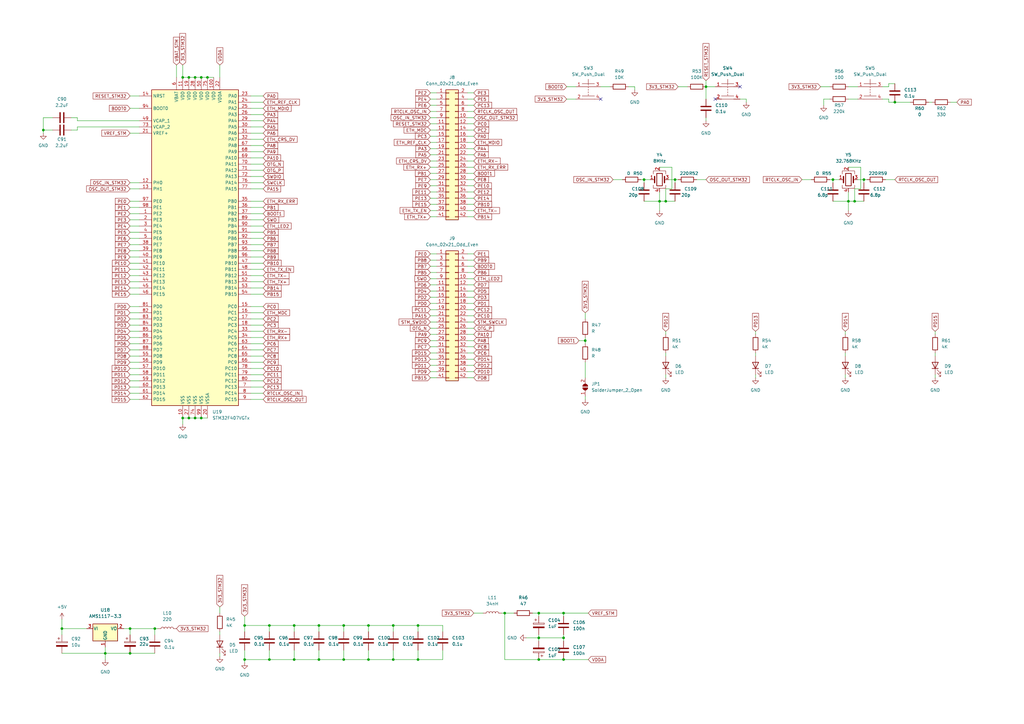
<source format=kicad_sch>
(kicad_sch (version 20211123) (generator eeschema)
  (paper "A3")
  (junction (at 220.98 270.51))
  (junction (at 231.14 270.51))
  (junction (at 43.18 267.97))
  (junction (at 53.34 257.81))
  (junction (at 82.55 171.45))
  (junction (at 231.14 251.46))
  (junction (at 85.09 31.75))
  (junction (at 161.29 270.51))
  (junction (at 120.65 256.54))
  (junction (at 151.13 256.54))
  (junction (at 77.47 31.75))
  (junction (at 74.93 171.45))
  (junction (at 220.98 251.46))
  (junction (at 110.49 270.51))
  (junction (at 25.4 257.81))
  (junction (at 264.16 73.66))
  (junction (at 171.45 270.51))
  (junction (at 347.98 82.55))
  (junction (at 171.45 256.54))
  (junction (at 80.01 171.45))
  (junction (at 354.33 73.66))
  (junction (at 207.01 251.46))
  (junction (at 240.03 139.7))
  (junction (at 220.98 261.62))
  (junction (at 53.34 267.97))
  (junction (at 350.52 82.55))
  (junction (at 231.14 261.62))
  (junction (at 130.81 270.51))
  (junction (at 140.97 270.51))
  (junction (at 82.55 31.75))
  (junction (at 63.5 257.81))
  (junction (at 110.49 256.54))
  (junction (at 276.86 73.66))
  (junction (at 100.33 270.51))
  (junction (at 367.03 41.91))
  (junction (at 80.01 31.75))
  (junction (at 74.93 31.75))
  (junction (at 151.13 270.51))
  (junction (at 270.51 82.55))
  (junction (at 289.56 35.56))
  (junction (at 77.47 171.45))
  (junction (at 120.65 270.51))
  (junction (at 17.78 53.34))
  (junction (at 130.81 256.54))
  (junction (at 161.29 256.54))
  (junction (at 273.05 82.55))
  (junction (at 100.33 256.54))
  (junction (at 140.97 256.54))
  (junction (at 341.63 73.66))
  (no_connect (at 246.38 40.64))
  (no_connect (at 303.53 35.56))
  (no_connect (at 293.37 40.64))
  (wire (pts (xy 240.03 128.27) (xy 240.03 130.81)))
  (wire (pts (xy 130.81 256.54) (xy 140.97 256.54)))
  (wire (pts (xy 29.21 53.34) (xy 31.75 53.34)))
  (wire (pts (xy 191.77 73.66) (xy 194.31 73.66)))
  (wire (pts (xy 53.34 107.95) (xy 57.15 107.95)))
  (wire (pts (xy 383.54 144.78) (xy 383.54 146.05)))
  (wire (pts (xy 53.34 77.47) (xy 57.15 77.47)))
  (wire (pts (xy 191.77 83.82) (xy 194.31 83.82)))
  (wire (pts (xy 74.93 26.67) (xy 74.93 31.75)))
  (wire (pts (xy 25.4 260.35) (xy 25.4 257.81)))
  (wire (pts (xy 191.77 63.5) (xy 194.31 63.5)))
  (wire (pts (xy 353.06 68.58) (xy 353.06 77.47)))
  (wire (pts (xy 140.97 256.54) (xy 140.97 259.08)))
  (wire (pts (xy 191.77 129.54) (xy 194.31 129.54)))
  (wire (pts (xy 364.49 40.64) (xy 364.49 41.91)))
  (wire (pts (xy 102.87 59.69) (xy 107.95 59.69)))
  (wire (pts (xy 347.98 40.64) (xy 351.79 40.64)))
  (wire (pts (xy 176.53 76.2) (xy 179.07 76.2)))
  (wire (pts (xy 53.34 115.57) (xy 57.15 115.57)))
  (wire (pts (xy 110.49 270.51) (xy 120.65 270.51)))
  (wire (pts (xy 191.77 60.96) (xy 194.31 60.96)))
  (wire (pts (xy 63.5 257.81) (xy 64.77 257.81)))
  (wire (pts (xy 181.61 256.54) (xy 181.61 259.08)))
  (wire (pts (xy 151.13 256.54) (xy 161.29 256.54)))
  (wire (pts (xy 176.53 106.68) (xy 179.07 106.68)))
  (wire (pts (xy 102.87 54.61) (xy 107.95 54.61)))
  (wire (pts (xy 140.97 266.7) (xy 140.97 270.51)))
  (wire (pts (xy 383.54 135.89) (xy 383.54 137.16)))
  (wire (pts (xy 130.81 256.54) (xy 130.81 259.08)))
  (wire (pts (xy 102.87 57.15) (xy 107.95 57.15)))
  (wire (pts (xy 191.77 76.2) (xy 194.31 76.2)))
  (wire (pts (xy 53.34 130.81) (xy 57.15 130.81)))
  (wire (pts (xy 251.46 73.66) (xy 255.27 73.66)))
  (wire (pts (xy 176.53 71.12) (xy 179.07 71.12)))
  (wire (pts (xy 53.34 105.41) (xy 57.15 105.41)))
  (wire (pts (xy 100.33 256.54) (xy 110.49 256.54)))
  (wire (pts (xy 176.53 152.4) (xy 179.07 152.4)))
  (wire (pts (xy 102.87 100.33) (xy 107.95 100.33)))
  (wire (pts (xy 176.53 147.32) (xy 179.07 147.32)))
  (wire (pts (xy 347.98 82.55) (xy 350.52 82.55)))
  (wire (pts (xy 347.98 82.55) (xy 347.98 86.36)))
  (wire (pts (xy 171.45 256.54) (xy 171.45 259.08)))
  (wire (pts (xy 53.34 54.61) (xy 57.15 54.61)))
  (wire (pts (xy 191.77 50.8) (xy 194.31 50.8)))
  (wire (pts (xy 275.59 77.47) (xy 273.05 77.47)))
  (wire (pts (xy 351.79 73.66) (xy 354.33 73.66)))
  (wire (pts (xy 257.81 35.56) (xy 260.35 35.56)))
  (wire (pts (xy 181.61 266.7) (xy 181.61 270.51)))
  (wire (pts (xy 191.77 45.72) (xy 194.31 45.72)))
  (wire (pts (xy 191.77 38.1) (xy 194.31 38.1)))
  (wire (pts (xy 102.87 74.93) (xy 107.95 74.93)))
  (wire (pts (xy 102.87 118.11) (xy 107.95 118.11)))
  (wire (pts (xy 102.87 143.51) (xy 107.95 143.51)))
  (wire (pts (xy 151.13 256.54) (xy 151.13 259.08)))
  (wire (pts (xy 53.34 156.21) (xy 57.15 156.21)))
  (wire (pts (xy 191.77 116.84) (xy 194.31 116.84)))
  (wire (pts (xy 53.34 260.35) (xy 53.34 257.81)))
  (wire (pts (xy 110.49 256.54) (xy 110.49 259.08)))
  (wire (pts (xy 231.14 260.35) (xy 231.14 261.62)))
  (wire (pts (xy 383.54 153.67) (xy 383.54 154.94)))
  (wire (pts (xy 53.34 39.37) (xy 57.15 39.37)))
  (wire (pts (xy 102.87 153.67) (xy 107.95 153.67)))
  (wire (pts (xy 191.77 149.86) (xy 194.31 149.86)))
  (wire (pts (xy 161.29 270.51) (xy 171.45 270.51)))
  (wire (pts (xy 102.87 77.47) (xy 107.95 77.47)))
  (wire (pts (xy 102.87 138.43) (xy 107.95 138.43)))
  (wire (pts (xy 17.78 53.34) (xy 17.78 48.26)))
  (wire (pts (xy 231.14 251.46) (xy 241.3 251.46)))
  (wire (pts (xy 102.87 102.87) (xy 107.95 102.87)))
  (wire (pts (xy 220.98 251.46) (xy 220.98 252.73)))
  (wire (pts (xy 289.56 33.02) (xy 289.56 35.56)))
  (wire (pts (xy 306.07 40.64) (xy 306.07 41.91)))
  (wire (pts (xy 264.16 82.55) (xy 270.51 82.55)))
  (wire (pts (xy 100.33 270.51) (xy 110.49 270.51)))
  (wire (pts (xy 191.77 104.14) (xy 194.31 104.14)))
  (wire (pts (xy 120.65 256.54) (xy 130.81 256.54)))
  (wire (pts (xy 346.71 153.67) (xy 346.71 154.94)))
  (wire (pts (xy 31.75 48.26) (xy 29.21 48.26)))
  (wire (pts (xy 102.87 64.77) (xy 107.95 64.77)))
  (wire (pts (xy 273.05 82.55) (xy 276.86 82.55)))
  (wire (pts (xy 176.53 134.62) (xy 179.07 134.62)))
  (wire (pts (xy 176.53 45.72) (xy 179.07 45.72)))
  (wire (pts (xy 264.16 73.66) (xy 266.7 73.66)))
  (wire (pts (xy 53.34 44.45) (xy 57.15 44.45)))
  (wire (pts (xy 194.31 251.46) (xy 198.12 251.46)))
  (wire (pts (xy 17.78 54.61) (xy 17.78 53.34)))
  (wire (pts (xy 90.17 248.92) (xy 90.17 251.46)))
  (wire (pts (xy 53.34 87.63) (xy 57.15 87.63)))
  (wire (pts (xy 176.53 43.18) (xy 179.07 43.18)))
  (wire (pts (xy 102.87 82.55) (xy 107.95 82.55)))
  (wire (pts (xy 273.05 153.67) (xy 273.05 154.94)))
  (wire (pts (xy 176.53 129.54) (xy 179.07 129.54)))
  (wire (pts (xy 191.77 88.9) (xy 194.31 88.9)))
  (wire (pts (xy 85.09 31.75) (xy 87.63 31.75)))
  (wire (pts (xy 43.18 267.97) (xy 43.18 265.43)))
  (wire (pts (xy 191.77 55.88) (xy 194.31 55.88)))
  (wire (pts (xy 276.86 73.66) (xy 278.13 73.66)))
  (wire (pts (xy 328.93 73.66) (xy 332.74 73.66)))
  (wire (pts (xy 80.01 171.45) (xy 82.55 171.45)))
  (wire (pts (xy 231.14 251.46) (xy 231.14 252.73)))
  (wire (pts (xy 53.34 135.89) (xy 57.15 135.89)))
  (wire (pts (xy 31.75 52.07) (xy 31.75 53.34)))
  (wire (pts (xy 191.77 71.12) (xy 194.31 71.12)))
  (wire (pts (xy 361.95 40.64) (xy 364.49 40.64)))
  (wire (pts (xy 102.87 92.71) (xy 107.95 92.71)))
  (wire (pts (xy 176.53 142.24) (xy 179.07 142.24)))
  (wire (pts (xy 102.87 72.39) (xy 107.95 72.39)))
  (wire (pts (xy 191.77 58.42) (xy 194.31 58.42)))
  (wire (pts (xy 207.01 251.46) (xy 210.82 251.46)))
  (wire (pts (xy 191.77 114.3) (xy 194.31 114.3)))
  (wire (pts (xy 191.77 134.62) (xy 194.31 134.62)))
  (wire (pts (xy 57.15 49.53) (xy 31.75 49.53)))
  (wire (pts (xy 102.87 146.05) (xy 107.95 146.05)))
  (wire (pts (xy 270.51 82.55) (xy 273.05 82.55)))
  (wire (pts (xy 77.47 31.75) (xy 80.01 31.75)))
  (wire (pts (xy 102.87 97.79) (xy 107.95 97.79)))
  (wire (pts (xy 347.98 68.58) (xy 353.06 68.58)))
  (wire (pts (xy 354.33 73.66) (xy 354.33 74.93)))
  (wire (pts (xy 353.06 77.47) (xy 350.52 77.47)))
  (wire (pts (xy 341.63 82.55) (xy 347.98 82.55)))
  (wire (pts (xy 274.32 73.66) (xy 276.86 73.66)))
  (wire (pts (xy 53.34 163.83) (xy 57.15 163.83)))
  (wire (pts (xy 289.56 48.26) (xy 289.56 49.53)))
  (wire (pts (xy 176.53 81.28) (xy 179.07 81.28)))
  (wire (pts (xy 354.33 73.66) (xy 355.6 73.66)))
  (wire (pts (xy 176.53 50.8) (xy 179.07 50.8)))
  (wire (pts (xy 341.63 73.66) (xy 344.17 73.66)))
  (wire (pts (xy 25.4 267.97) (xy 43.18 267.97)))
  (wire (pts (xy 191.77 132.08) (xy 194.31 132.08)))
  (wire (pts (xy 74.93 171.45) (xy 74.93 173.99)))
  (wire (pts (xy 191.77 86.36) (xy 194.31 86.36)))
  (wire (pts (xy 389.89 41.91) (xy 392.43 41.91)))
  (wire (pts (xy 215.9 261.62) (xy 220.98 261.62)))
  (wire (pts (xy 191.77 137.16) (xy 194.31 137.16)))
  (wire (pts (xy 102.87 107.95) (xy 107.95 107.95)))
  (wire (pts (xy 53.34 128.27) (xy 57.15 128.27)))
  (wire (pts (xy 17.78 53.34) (xy 21.59 53.34)))
  (wire (pts (xy 102.87 105.41) (xy 107.95 105.41)))
  (wire (pts (xy 176.53 144.78) (xy 179.07 144.78)))
  (wire (pts (xy 364.49 34.29) (xy 367.03 34.29)))
  (wire (pts (xy 240.03 139.7) (xy 240.03 138.43)))
  (wire (pts (xy 102.87 135.89) (xy 107.95 135.89)))
  (wire (pts (xy 102.87 85.09) (xy 107.95 85.09)))
  (wire (pts (xy 102.87 115.57) (xy 107.95 115.57)))
  (wire (pts (xy 191.77 111.76) (xy 194.31 111.76)))
  (wire (pts (xy 218.44 251.46) (xy 220.98 251.46)))
  (wire (pts (xy 53.34 85.09) (xy 57.15 85.09)))
  (wire (pts (xy 53.34 74.93) (xy 57.15 74.93)))
  (wire (pts (xy 270.51 82.55) (xy 270.51 86.36)))
  (wire (pts (xy 350.52 77.47) (xy 350.52 82.55)))
  (wire (pts (xy 176.53 137.16) (xy 179.07 137.16)))
  (wire (pts (xy 341.63 73.66) (xy 341.63 74.93)))
  (wire (pts (xy 102.87 133.35) (xy 107.95 133.35)))
  (wire (pts (xy 220.98 261.62) (xy 231.14 261.62)))
  (wire (pts (xy 100.33 252.73) (xy 100.33 256.54)))
  (wire (pts (xy 43.18 267.97) (xy 43.18 270.51)))
  (wire (pts (xy 191.77 119.38) (xy 194.31 119.38)))
  (wire (pts (xy 171.45 270.51) (xy 171.45 266.7)))
  (wire (pts (xy 102.87 128.27) (xy 107.95 128.27)))
  (wire (pts (xy 161.29 266.7) (xy 161.29 270.51)))
  (wire (pts (xy 191.77 124.46) (xy 194.31 124.46)))
  (wire (pts (xy 176.53 60.96) (xy 179.07 60.96)))
  (wire (pts (xy 176.53 104.14) (xy 179.07 104.14)))
  (wire (pts (xy 346.71 135.89) (xy 346.71 137.16)))
  (wire (pts (xy 53.34 113.03) (xy 57.15 113.03)))
  (wire (pts (xy 176.53 83.82) (xy 179.07 83.82)))
  (wire (pts (xy 278.13 35.56) (xy 281.94 35.56)))
  (wire (pts (xy 53.34 97.79) (xy 57.15 97.79)))
  (wire (pts (xy 191.77 142.24) (xy 194.31 142.24)))
  (wire (pts (xy 140.97 256.54) (xy 151.13 256.54)))
  (wire (pts (xy 246.38 35.56) (xy 250.19 35.56)))
  (wire (pts (xy 53.34 161.29) (xy 57.15 161.29)))
  (wire (pts (xy 53.34 110.49) (xy 57.15 110.49)))
  (wire (pts (xy 176.53 121.92) (xy 179.07 121.92)))
  (wire (pts (xy 31.75 49.53) (xy 31.75 48.26)))
  (wire (pts (xy 176.53 38.1) (xy 179.07 38.1)))
  (wire (pts (xy 102.87 125.73) (xy 107.95 125.73)))
  (wire (pts (xy 102.87 67.31) (xy 107.95 67.31)))
  (wire (pts (xy 176.53 154.94) (xy 179.07 154.94)))
  (wire (pts (xy 191.77 152.4) (xy 194.31 152.4)))
  (wire (pts (xy 337.82 43.18) (xy 337.82 40.64)))
  (wire (pts (xy 102.87 110.49) (xy 107.95 110.49)))
  (wire (pts (xy 191.77 40.64) (xy 194.31 40.64)))
  (wire (pts (xy 53.34 125.73) (xy 57.15 125.73)))
  (wire (pts (xy 191.77 109.22) (xy 194.31 109.22)))
  (wire (pts (xy 102.87 148.59) (xy 107.95 148.59)))
  (wire (pts (xy 53.34 118.11) (xy 57.15 118.11)))
  (wire (pts (xy 363.22 73.66) (xy 367.03 73.66)))
  (wire (pts (xy 57.15 52.07) (xy 31.75 52.07)))
  (wire (pts (xy 120.65 259.08) (xy 120.65 256.54)))
  (wire (pts (xy 102.87 87.63) (xy 107.95 87.63)))
  (wire (pts (xy 102.87 113.03) (xy 107.95 113.03)))
  (wire (pts (xy 176.53 114.3) (xy 179.07 114.3)))
  (wire (pts (xy 102.87 120.65) (xy 107.95 120.65)))
  (wire (pts (xy 367.03 41.91) (xy 373.38 41.91)))
  (wire (pts (xy 275.59 68.58) (xy 275.59 77.47)))
  (wire (pts (xy 240.03 148.59) (xy 240.03 154.94)))
  (wire (pts (xy 53.34 95.25) (xy 57.15 95.25)))
  (wire (pts (xy 220.98 251.46) (xy 231.14 251.46)))
  (wire (pts (xy 90.17 259.08) (xy 90.17 260.35)))
  (wire (pts (xy 176.53 119.38) (xy 179.07 119.38)))
  (wire (pts (xy 361.95 35.56) (xy 364.49 35.56)))
  (wire (pts (xy 53.34 148.59) (xy 57.15 148.59)))
  (wire (pts (xy 273.05 77.47) (xy 273.05 82.55)))
  (wire (pts (xy 102.87 130.81) (xy 107.95 130.81)))
  (wire (pts (xy 309.88 153.67) (xy 309.88 154.94)))
  (wire (pts (xy 273.05 144.78) (xy 273.05 146.05)))
  (wire (pts (xy 53.34 133.35) (xy 57.15 133.35)))
  (wire (pts (xy 140.97 270.51) (xy 151.13 270.51)))
  (wire (pts (xy 100.33 270.51) (xy 100.33 271.78)))
  (wire (pts (xy 364.49 41.91) (xy 367.03 41.91)))
  (wire (pts (xy 191.77 81.28) (xy 194.31 81.28)))
  (wire (pts (xy 289.56 35.56) (xy 293.37 35.56)))
  (wire (pts (xy 53.34 140.97) (xy 57.15 140.97)))
  (wire (pts (xy 63.5 257.81) (xy 63.5 260.35)))
  (wire (pts (xy 53.34 143.51) (xy 57.15 143.51)))
  (wire (pts (xy 102.87 49.53) (xy 107.95 49.53)))
  (wire (pts (xy 102.87 62.23) (xy 107.95 62.23)))
  (wire (pts (xy 207.01 270.51) (xy 220.98 270.51)))
  (wire (pts (xy 176.53 66.04) (xy 179.07 66.04)))
  (wire (pts (xy 191.77 121.92) (xy 194.31 121.92)))
  (wire (pts (xy 53.34 102.87) (xy 57.15 102.87)))
  (wire (pts (xy 176.53 109.22) (xy 179.07 109.22)))
  (wire (pts (xy 53.34 153.67) (xy 57.15 153.67)))
  (wire (pts (xy 176.53 86.36) (xy 179.07 86.36)))
  (wire (pts (xy 110.49 266.7) (xy 110.49 270.51)))
  (wire (pts (xy 260.35 35.56) (xy 260.35 36.83)))
  (wire (pts (xy 82.55 171.45) (xy 85.09 171.45)))
  (wire (pts (xy 270.51 68.58) (xy 275.59 68.58)))
  (wire (pts (xy 176.53 40.64) (xy 179.07 40.64)))
  (wire (pts (xy 53.34 100.33) (xy 57.15 100.33)))
  (wire (pts (xy 102.87 44.45) (xy 107.95 44.45)))
  (wire (pts (xy 176.53 53.34) (xy 179.07 53.34)))
  (wire (pts (xy 25.4 254) (xy 25.4 257.81)))
  (wire (pts (xy 161.29 256.54) (xy 171.45 256.54)))
  (wire (pts (xy 82.55 31.75) (xy 85.09 31.75)))
  (wire (pts (xy 207.01 251.46) (xy 207.01 270.51)))
  (wire (pts (xy 191.77 78.74) (xy 194.31 78.74)))
  (wire (pts (xy 346.71 144.78) (xy 346.71 146.05)))
  (wire (pts (xy 205.74 251.46) (xy 207.01 251.46)))
  (wire (pts (xy 176.53 127) (xy 179.07 127)))
  (wire (pts (xy 270.51 78.74) (xy 270.51 82.55)))
  (wire (pts (xy 176.53 78.74) (xy 179.07 78.74)))
  (wire (pts (xy 273.05 135.89) (xy 273.05 137.16)))
  (wire (pts (xy 25.4 257.81) (xy 35.56 257.81)))
  (wire (pts (xy 264.16 73.66) (xy 264.16 74.93)))
  (wire (pts (xy 171.45 256.54) (xy 181.61 256.54)))
  (wire (pts (xy 90.17 26.67) (xy 90.17 31.75)))
  (wire (pts (xy 303.53 40.64) (xy 306.07 40.64)))
  (wire (pts (xy 176.53 48.26) (xy 179.07 48.26)))
  (wire (pts (xy 53.34 146.05) (xy 57.15 146.05)))
  (wire (pts (xy 53.34 138.43) (xy 57.15 138.43)))
  (wire (pts (xy 176.53 68.58) (xy 179.07 68.58)))
  (wire (pts (xy 102.87 140.97) (xy 107.95 140.97)))
  (wire (pts (xy 102.87 39.37) (xy 107.95 39.37)))
  (wire (pts (xy 347.98 78.74) (xy 347.98 82.55)))
  (wire (pts (xy 176.53 149.86) (xy 179.07 149.86)))
  (wire (pts (xy 347.98 35.56) (xy 351.79 35.56)))
  (wire (pts (xy 237.49 139.7) (xy 240.03 139.7)))
  (wire (pts (xy 102.87 95.25) (xy 107.95 95.25)))
  (wire (pts (xy 191.77 48.26) (xy 194.31 48.26)))
  (wire (pts (xy 151.13 270.51) (xy 161.29 270.51)))
  (wire (pts (xy 102.87 151.13) (xy 107.95 151.13)))
  (wire (pts (xy 350.52 82.55) (xy 354.33 82.55)))
  (wire (pts (xy 176.53 55.88) (xy 179.07 55.88)))
  (wire (pts (xy 176.53 116.84) (xy 179.07 116.84)))
  (wire (pts (xy 53.34 267.97) (xy 63.5 267.97)))
  (wire (pts (xy 102.87 156.21) (xy 107.95 156.21)))
  (wire (pts (xy 191.77 68.58) (xy 194.31 68.58)))
  (wire (pts (xy 191.77 127) (xy 194.31 127)))
  (wire (pts (xy 336.55 35.56) (xy 340.36 35.56)))
  (wire (pts (xy 102.87 69.85) (xy 107.95 69.85)))
  (wire (pts (xy 120.65 266.7) (xy 120.65 270.51)))
  (wire (pts (xy 191.77 139.7) (xy 194.31 139.7)))
  (wire (pts (xy 191.77 154.94) (xy 194.31 154.94)))
  (wire (pts (xy 176.53 88.9) (xy 179.07 88.9)))
  (wire (pts (xy 240.03 139.7) (xy 240.03 140.97)))
  (wire (pts (xy 340.36 73.66) (xy 341.63 73.66)))
  (wire (pts (xy 262.89 73.66) (xy 264.16 73.66)))
  (wire (pts (xy 191.77 147.32) (xy 194.31 147.32)))
  (wire (pts (xy 176.53 124.46) (xy 179.07 124.46)))
  (wire (pts (xy 289.56 35.56) (xy 289.56 40.64)))
  (wire (pts (xy 102.87 41.91) (xy 107.95 41.91)))
  (wire (pts (xy 191.77 144.78) (xy 194.31 144.78)))
  (wire (pts (xy 102.87 161.29) (xy 107.95 161.29)))
  (wire (pts (xy 90.17 267.97) (xy 90.17 269.24)))
  (wire (pts (xy 120.65 270.51) (xy 130.81 270.51)))
  (wire (pts (xy 74.93 31.75) (xy 77.47 31.75)))
  (wire (pts (xy 53.34 92.71) (xy 57.15 92.71)))
  (wire (pts (xy 176.53 132.08) (xy 179.07 132.08)))
  (wire (pts (xy 100.33 266.7) (xy 100.33 270.51)))
  (wire (pts (xy 53.34 257.81) (xy 63.5 257.81)))
  (wire (pts (xy 309.88 144.78) (xy 309.88 146.05)))
  (wire (pts (xy 191.77 66.04) (xy 194.31 66.04)))
  (wire (pts (xy 176.53 58.42) (xy 179.07 58.42)))
  (wire (pts (xy 276.86 73.66) (xy 276.86 74.93)))
  (wire (pts (xy 53.34 90.17) (xy 57.15 90.17)))
  (wire (pts (xy 17.78 48.26) (xy 21.59 48.26)))
  (wire (pts (xy 100.33 256.54) (xy 100.33 259.08)))
  (wire (pts (xy 102.87 90.17) (xy 107.95 90.17)))
  (wire (pts (xy 74.93 171.45) (xy 77.47 171.45)))
  (wire (pts (xy 130.81 270.51) (xy 140.97 270.51)))
  (wire (pts (xy 381 41.91) (xy 382.27 41.91)))
  (wire (pts (xy 43.18 267.97) (xy 53.34 267.97)))
  (wire (pts (xy 110.49 256.54) (xy 120.65 256.54)))
  (wire (pts (xy 181.61 270.51) (xy 171.45 270.51)))
  (wire (pts (xy 50.8 257.81) (xy 53.34 257.81)))
  (wire (pts (xy 220.98 260.35) (xy 220.98 261.62)))
  (wire (pts (xy 220.98 270.51) (xy 231.14 270.51)))
  (wire (pts (xy 220.98 261.62) (xy 220.98 262.89)))
  (wire (pts (xy 232.41 40.64) (xy 236.22 40.64)))
  (wire (pts (xy 161.29 259.08) (xy 161.29 256.54)))
  (wire (pts (xy 240.03 162.56) (xy 240.03 163.83)))
  (wire (pts (xy 191.77 43.18) (xy 194.31 43.18)))
  (wire (pts (xy 364.49 35.56) (xy 364.49 34.29)))
  (wire (pts (xy 151.13 266.7) (xy 151.13 270.51)))
  (wire (pts (xy 232.41 35.56) (xy 236.22 35.56)))
  (wire (pts (xy 53.34 82.55) (xy 57.15 82.55)))
  (wire (pts (xy 176.53 139.7) (xy 179.07 139.7)))
  (wire (pts (xy 176.53 63.5) (xy 179.07 63.5)))
  (wire (pts (xy 102.87 46.99) (xy 107.95 46.99)))
  (wire (pts (xy 53.34 120.65) (xy 57.15 120.65)))
  (wire (pts (xy 285.75 73.66) (xy 289.56 73.66)))
  (wire (pts (xy 176.53 73.66) (xy 179.07 73.66)))
  (wire (pts (xy 130.81 266.7) (xy 130.81 270.51)))
  (wire (pts (xy 80.01 31.75) (xy 82.55 31.75)))
  (wire (pts (xy 53.34 158.75) (xy 57.15 158.75)))
  (wire (pts (xy 231.14 270.51) (xy 241.3 270.51)))
  (wire (pts (xy 231.14 261.62) (xy 231.14 262.89)))
  (wire (pts (xy 191.77 106.68) (xy 194.31 106.68)))
  (wire (pts (xy 176.53 111.76) (xy 179.07 111.76)))
  (wire (pts (xy 102.87 163.83) (xy 107.95 163.83)))
  (wire (pts (xy 72.39 26.67) (xy 72.39 31.75)))
  (wire (pts (xy 309.88 135.89) (xy 309.88 137.16)))
  (wire (pts (xy 77.47 171.45) (xy 80.01 171.45)))
  (wire (pts (xy 102.87 52.07) (xy 107.95 52.07)))
  (wire (pts (xy 53.34 151.13) (xy 57.15 151.13)))
  (wire (pts (xy 191.77 53.34) (xy 194.31 53.34)))
  (wire (pts (xy 102.87 158.75) (xy 107.95 158.75)))
  (wire (pts (xy 337.82 40.64) (xy 340.36 40.64)))
  (global_label "RTCLK_OSC_IN" (shape input) (at 176.53 45.72 180) (property "Intersheet References" "${INTERSHEET_REFS}" (effects hide)))
  (global_label "PD2" (shape input) (at 53.34 130.81 180) (property "Intersheet References" "${INTERSHEET_REFS}" (effects hide)))
  (global_label "ETH_RX_ERR" (shape input) (at 194.31 68.58 0) (property "Intersheet References" "${INTERSHEET_REFS}" (effects hide)))
  (global_label "PD7" (shape input) (at 194.31 116.84 0) (property "Intersheet References" "${INTERSHEET_REFS}" (effects hide)))
  (global_label "PE11" (shape input) (at 53.34 110.49 180) (property "Intersheet References" "${INTERSHEET_REFS}" (effects hide)))
  (global_label "PD3" (shape input) (at 53.34 133.35 180) (property "Intersheet References" "${INTERSHEET_REFS}" (effects hide)))
  (global_label "OTG_P" (shape input) (at 107.95 69.85 0) (property "Intersheet References" "${INTERSHEET_REFS}" (effects hide)))
  (global_label "PE15" (shape input) (at 176.53 83.82 180) (property "Intersheet References" "${INTERSHEET_REFS}" (effects hide)))
  (global_label "PA15" (shape input) (at 107.95 77.47 0) (property "Intersheet References" "${INTERSHEET_REFS}" (effects hide)))
  (global_label "PD5" (shape input) (at 53.34 138.43 180) (property "Intersheet References" "${INTERSHEET_REFS}" (effects hide)))
  (global_label "PD15" (shape input) (at 53.34 163.83 180) (property "Intersheet References" "${INTERSHEET_REFS}" (effects hide)))
  (global_label "ETH_MDC" (shape input) (at 107.95 128.27 0) (property "Intersheet References" "${INTERSHEET_REFS}" (effects hide)))
  (global_label "PC9" (shape input) (at 176.53 139.7 180) (property "Intersheet References" "${INTERSHEET_REFS}" (effects hide)))
  (global_label "3V3_STM32" (shape input) (at 232.41 40.64 180) (property "Intersheet References" "${INTERSHEET_REFS}" (effects hide)))
  (global_label "PD12" (shape input) (at 53.34 156.21 180) (property "Intersheet References" "${INTERSHEET_REFS}" (effects hide)))
  (global_label "ETH_RX-" (shape input) (at 107.95 135.89 0) (property "Intersheet References" "${INTERSHEET_REFS}" (effects hide)))
  (global_label "PA9" (shape input) (at 176.53 137.16 180) (property "Intersheet References" "${INTERSHEET_REFS}" (effects hide)))
  (global_label "PE11" (shape input) (at 176.53 78.74 180) (property "Intersheet References" "${INTERSHEET_REFS}" (effects hide)))
  (global_label "PB1" (shape input) (at 107.95 85.09 0) (property "Intersheet References" "${INTERSHEET_REFS}" (effects hide)))
  (global_label "PC7" (shape input) (at 176.53 142.24 180) (property "Intersheet References" "${INTERSHEET_REFS}" (effects hide)))
  (global_label "ETH_TX_EN" (shape input) (at 107.95 110.49 0) (property "Intersheet References" "${INTERSHEET_REFS}" (effects hide)))
  (global_label "PB10" (shape input) (at 194.31 83.82 0) (property "Intersheet References" "${INTERSHEET_REFS}" (effects hide)))
  (global_label "PD14" (shape input) (at 346.71 135.89 90) (property "Intersheet References" "${INTERSHEET_REFS}" (effects hide)))
  (global_label "VDDA" (shape input) (at 241.3 270.51 0) (property "Intersheet References" "${INTERSHEET_REFS}" (effects hide)))
  (global_label "ETH_CRS_DV" (shape input) (at 176.53 66.04 180) (property "Intersheet References" "${INTERSHEET_REFS}" (effects hide)))
  (global_label "PB15" (shape input) (at 176.53 154.94 180) (property "Intersheet References" "${INTERSHEET_REFS}" (effects hide)))
  (global_label "PE3" (shape input) (at 194.31 38.1 0) (property "Intersheet References" "${INTERSHEET_REFS}" (effects hide)))
  (global_label "PA3" (shape input) (at 176.53 60.96 180) (property "Intersheet References" "${INTERSHEET_REFS}" (effects hide)))
  (global_label "PA0" (shape input) (at 194.31 55.88 0) (property "Intersheet References" "${INTERSHEET_REFS}" (effects hide)))
  (global_label "RTCLK_OSC_IN" (shape input) (at 328.93 73.66 180) (property "Intersheet References" "${INTERSHEET_REFS}" (effects hide)))
  (global_label "PD2" (shape input) (at 176.53 121.92 180) (property "Intersheet References" "${INTERSHEET_REFS}" (effects hide)))
  (global_label "PD13" (shape input) (at 176.53 147.32 180) (property "Intersheet References" "${INTERSHEET_REFS}" (effects hide)))
  (global_label "BOOT1" (shape input) (at 194.31 71.12 0) (property "Intersheet References" "${INTERSHEET_REFS}" (effects hide)))
  (global_label "PE9" (shape input) (at 53.34 105.41 180) (property "Intersheet References" "${INTERSHEET_REFS}" (effects hide)))
  (global_label "ETH_TX+" (shape input) (at 107.95 115.57 0) (property "Intersheet References" "${INTERSHEET_REFS}" (effects hide)))
  (global_label "PD9" (shape input) (at 53.34 148.59 180) (property "Intersheet References" "${INTERSHEET_REFS}" (effects hide)))
  (global_label "ETH_REF_CLK" (shape input) (at 176.53 58.42 180) (property "Intersheet References" "${INTERSHEET_REFS}" (effects hide)))
  (global_label "ETH_RX+" (shape input) (at 176.53 68.58 180) (property "Intersheet References" "${INTERSHEET_REFS}" (effects hide)))
  (global_label "3V3_STM32" (shape input) (at 90.17 248.92 90) (property "Intersheet References" "${INTERSHEET_REFS}" (effects hide)))
  (global_label "PB6" (shape input) (at 107.95 97.79 0) (property "Intersheet References" "${INTERSHEET_REFS}" (effects hide)))
  (global_label "OSC_IN_STM32" (shape input) (at 53.34 74.93 180) (property "Intersheet References" "${INTERSHEET_REFS}" (effects hide)))
  (global_label "OTG_N" (shape input) (at 176.53 134.62 180) (property "Intersheet References" "${INTERSHEET_REFS}" (effects hide)))
  (global_label "PB10" (shape input) (at 107.95 107.95 0) (property "Intersheet References" "${INTERSHEET_REFS}" (effects hide)))
  (global_label "BOOT1" (shape input) (at 237.49 139.7 180) (property "Intersheet References" "${INTERSHEET_REFS}" (effects hide)))
  (global_label "RTCLK_OSC_IN" (shape input) (at 107.95 161.29 0) (property "Intersheet References" "${INTERSHEET_REFS}" (effects hide)))
  (global_label "STM_SWCLK" (shape input) (at 194.31 132.08 0) (property "Intersheet References" "${INTERSHEET_REFS}" (effects hide)))
  (global_label "PA8" (shape input) (at 194.31 139.7 0) (property "Intersheet References" "${INTERSHEET_REFS}" (effects hide)))
  (global_label "PE0" (shape input) (at 53.34 82.55 180) (property "Intersheet References" "${INTERSHEET_REFS}" (effects hide)))
  (global_label "PE14" (shape input) (at 194.31 81.28 0) (property "Intersheet References" "${INTERSHEET_REFS}" (effects hide)))
  (global_label "ETH_TX+" (shape input) (at 176.53 88.9 180) (property "Intersheet References" "${INTERSHEET_REFS}" (effects hide)))
  (global_label "ETH_TX_EN" (shape input) (at 176.53 86.36 180) (property "Intersheet References" "${INTERSHEET_REFS}" (effects hide)))
  (global_label "RTCLK_OSC_OUT" (shape input) (at 194.31 45.72 0) (property "Intersheet References" "${INTERSHEET_REFS}" (effects hide)))
  (global_label "PE7" (shape input) (at 53.34 100.33 180) (property "Intersheet References" "${INTERSHEET_REFS}" (effects hide)))
  (global_label "PD0" (shape input) (at 176.53 124.46 180) (property "Intersheet References" "${INTERSHEET_REFS}" (effects hide)))
  (global_label "PD1" (shape input) (at 53.34 128.27 180) (property "Intersheet References" "${INTERSHEET_REFS}" (effects hide)))
  (global_label "PB8" (shape input) (at 107.95 102.87 0) (property "Intersheet References" "${INTERSHEET_REFS}" (effects hide)))
  (global_label "PC8" (shape input) (at 107.95 146.05 0) (property "Intersheet References" "${INTERSHEET_REFS}" (effects hide)))
  (global_label "ETH_RX_ERR" (shape input) (at 107.95 82.55 0) (property "Intersheet References" "${INTERSHEET_REFS}" (effects hide)))
  (global_label "PA8" (shape input) (at 107.95 59.69 0) (property "Intersheet References" "${INTERSHEET_REFS}" (effects hide)))
  (global_label "PA6" (shape input) (at 194.31 63.5 0) (property "Intersheet References" "${INTERSHEET_REFS}" (effects hide)))
  (global_label "SWCLK" (shape input) (at 107.95 74.93 0) (property "Intersheet References" "${INTERSHEET_REFS}" (effects hide)))
  (global_label "PD3" (shape input) (at 194.31 121.92 0) (property "Intersheet References" "${INTERSHEET_REFS}" (effects hide)))
  (global_label "PC12" (shape input) (at 194.31 127 0) (property "Intersheet References" "${INTERSHEET_REFS}" (effects hide)))
  (global_label "PE3" (shape input) (at 53.34 90.17 180) (property "Intersheet References" "${INTERSHEET_REFS}" (effects hide)))
  (global_label "3V3_STM32" (shape input) (at 278.13 35.56 180) (property "Intersheet References" "${INTERSHEET_REFS}" (effects hide)))
  (global_label "PC11" (shape input) (at 176.53 127 180) (property "Intersheet References" "${INTERSHEET_REFS}" (effects hide)))
  (global_label "ETH_MDIO" (shape input) (at 194.31 58.42 0) (property "Intersheet References" "${INTERSHEET_REFS}" (effects hide)))
  (global_label "PD1" (shape input) (at 194.31 124.46 0) (property "Intersheet References" "${INTERSHEET_REFS}" (effects hide)))
  (global_label "PC2" (shape input) (at 107.95 130.81 0) (property "Intersheet References" "${INTERSHEET_REFS}" (effects hide)))
  (global_label "VREF_STM" (shape input) (at 241.3 251.46 0) (property "Intersheet References" "${INTERSHEET_REFS}" (effects hide)))
  (global_label "PC8" (shape input) (at 194.31 142.24 0) (property "Intersheet References" "${INTERSHEET_REFS}" (effects hide)))
  (global_label "3V3_STM32" (shape input) (at 336.55 35.56 180) (property "Intersheet References" "${INTERSHEET_REFS}" (effects hide)))
  (global_label "PA10" (shape input) (at 194.31 137.16 0) (property "Intersheet References" "${INTERSHEET_REFS}" (effects hide)))
  (global_label "PB14" (shape input) (at 194.31 88.9 0) (property "Intersheet References" "${INTERSHEET_REFS}" (effects hide)))
  (global_label "PD8" (shape input) (at 53.34 146.05 180) (property "Intersheet References" "${INTERSHEET_REFS}" (effects hide)))
  (global_label "PE8" (shape input) (at 53.34 102.87 180) (property "Intersheet References" "${INTERSHEET_REFS}" (effects hide)))
  (global_label "PB5" (shape input) (at 107.95 95.25 0) (property "Intersheet References" "${INTERSHEET_REFS}" (effects hide)))
  (global_label "PC3" (shape input) (at 107.95 133.35 0) (property "Intersheet References" "${INTERSHEET_REFS}" (effects hide)))
  (global_label "BOOT0" (shape input) (at 232.41 35.56 180) (property "Intersheet References" "${INTERSHEET_REFS}" (effects hide)))
  (global_label "PD14" (shape input) (at 53.34 161.29 180) (property "Intersheet References" "${INTERSHEET_REFS}" (effects hide)))
  (global_label "PA5" (shape input) (at 176.53 63.5 180) (property "Intersheet References" "${INTERSHEET_REFS}" (effects hide)))
  (global_label "PB15" (shape input) (at 107.95 120.65 0) (property "Intersheet References" "${INTERSHEET_REFS}" (effects hide)))
  (global_label "3V3_STM32" (shape input) (at 74.93 26.67 90) (property "Intersheet References" "${INTERSHEET_REFS}" (effects hide)))
  (global_label "PD13" (shape input) (at 309.88 135.89 90) (property "Intersheet References" "${INTERSHEET_REFS}" (effects hide)))
  (global_label "PE1" (shape input) (at 53.34 85.09 180) (property "Intersheet References" "${INTERSHEET_REFS}" (effects hide)))
  (global_label "PC7" (shape input) (at 107.95 143.51 0) (property "Intersheet References" "${INTERSHEET_REFS}" (effects hide)))
  (global_label "ETH_TX-" (shape input) (at 194.31 86.36 0) (property "Intersheet References" "${INTERSHEET_REFS}" (effects hide)))
  (global_label "PE15" (shape input) (at 53.34 120.65 180) (property "Intersheet References" "${INTERSHEET_REFS}" (effects hide)))
  (global_label "ETH_CRS_DV" (shape input) (at 107.95 57.15 0) (property "Intersheet References" "${INTERSHEET_REFS}" (effects hide)))
  (global_label "BOOT0" (shape input) (at 53.34 44.45 180) (property "Intersheet References" "${INTERSHEET_REFS}" (effects hide)))
  (global_label "PD12" (shape input) (at 273.05 135.89 90) (property "Intersheet References" "${INTERSHEET_REFS}" (effects hide)))
  (global_label "OSC_OUT_STM32" (shape input) (at 194.31 48.26 0) (property "Intersheet References" "${INTERSHEET_REFS}" (effects hide)))
  (global_label "PE9" (shape input) (at 176.53 76.2 180) (property "Intersheet References" "${INTERSHEET_REFS}" (effects hide)))
  (global_label "PC6" (shape input) (at 194.31 144.78 0) (property "Intersheet References" "${INTERSHEET_REFS}" (effects hide)))
  (global_label "ETH_REF_CLK" (shape input) (at 107.95 41.91 0) (property "Intersheet References" "${INTERSHEET_REFS}" (effects hide)))
  (global_label "ETH_LED2" (shape input) (at 194.31 114.3 0) (property "Intersheet References" "${INTERSHEET_REFS}" (effects hide)))
  (global_label "PA4" (shape input) (at 107.95 49.53 0) (property "Intersheet References" "${INTERSHEET_REFS}" (effects hide)))
  (global_label "PE1" (shape input) (at 194.31 104.14 0) (property "Intersheet References" "${INTERSHEET_REFS}" (effects hide)))
  (global_label "PA3" (shape input) (at 107.95 46.99 0) (property "Intersheet References" "${INTERSHEET_REFS}" (effects hide)))
  (global_label "PA9" (shape input) (at 107.95 62.23 0) (property "Intersheet References" "${INTERSHEET_REFS}" (effects hide)))
  (global_label "PE7" (shape input) (at 176.53 73.66 180) (property "Intersheet References" "${INTERSHEET_REFS}" (effects hide)))
  (global_label "PA4" (shape input) (at 194.31 60.96 0) (property "Intersheet References" "${INTERSHEET_REFS}" (effects hide)))
  (global_label "ETH_TX-" (shape input) (at 107.95 113.03 0) (property "Intersheet References" "${INTERSHEET_REFS}" (effects hide)))
  (global_label "PB8" (shape input) (at 176.53 106.68 180) (property "Intersheet References" "${INTERSHEET_REFS}" (effects hide)))
  (global_label "PD4" (shape input) (at 53.34 135.89 180) (property "Intersheet References" "${INTERSHEET_REFS}" (effects hide)))
  (global_label "PC12" (shape input) (at 107.95 156.21 0) (property "Intersheet References" "${INTERSHEET_REFS}" (effects hide)))
  (global_label "PD11" (shape input) (at 53.34 153.67 180) (property "Intersheet References" "${INTERSHEET_REFS}" (effects hide)))
  (global_label "VDDA" (shape input) (at 90.17 26.67 90) (property "Intersheet References" "${INTERSHEET_REFS}" (effects hide)))
  (global_label "PE5" (shape input) (at 53.34 95.25 180) (property "Intersheet References" "${INTERSHEET_REFS}" (effects hide)))
  (global_label "PA6" (shape input) (at 107.95 54.61 0) (property "Intersheet References" "${INTERSHEET_REFS}" (effects hide)))
  (global_label "BOOT1" (shape input) (at 107.95 87.63 0) (property "Intersheet References" "${INTERSHEET_REFS}" (effects hide)))
  (global_label "STM_SWDIO" (shape input) (at 176.53 132.08 180) (property "Intersheet References" "${INTERSHEET_REFS}" (effects hide)))
  (global_label "SWO" (shape input) (at 107.95 90.17 0) (property "Intersheet References" "${INTERSHEET_REFS}" (effects hide)))
  (global_label "PC6" (shape input) (at 107.95 140.97 0) (property "Intersheet References" "${INTERSHEET_REFS}" (effects hide)))
  (global_label "PB9" (shape input) (at 107.95 105.41 0) (property "Intersheet References" "${INTERSHEET_REFS}" (effects hide)))
  (global_label "PD11" (shape input) (at 176.53 149.86 180) (property "Intersheet References" "${INTERSHEET_REFS}" (effects hide)))
  (global_label "PD15" (shape input) (at 176.53 144.78 180) (property "Intersheet References" "${INTERSHEET_REFS}" (effects hide)))
  (global_label "ETH_RX+" (shape input) (at 107.95 138.43 0) (property "Intersheet References" "${INTERSHEET_REFS}" (effects hide)))
  (global_label "ETH_LED2" (shape input) (at 107.95 92.71 0) (property "Intersheet References" "${INTERSHEET_REFS}" (effects hide)))
  (global_label "PD10" (shape input) (at 53.34 151.13 180) (property "Intersheet References" "${INTERSHEET_REFS}" (effects hide)))
  (global_label "PD7" (shape input) (at 53.34 143.51 180) (property "Intersheet References" "${INTERSHEET_REFS}" (effects hide)))
  (global_label "RESET_STM32" (shape input) (at 53.34 39.37 180) (property "Intersheet References" "${INTERSHEET_REFS}" (effects hide)))
  (global_label "VBAT_STM" (shape input) (at 72.39 26.67 90) (property "Intersheet References" "${INTERSHEET_REFS}" (effects hide)))
  (global_label "PE0" (shape input) (at 176.53 104.14 180) (property "Intersheet References" "${INTERSHEET_REFS}" (effects hide)))
  (global_label "PC0" (shape input) (at 194.31 50.8 0) (property "Intersheet References" "${INTERSHEET_REFS}" (effects hide)))
  (global_label "OSC_OUT_STM32" (shape input) (at 53.34 77.47 180) (property "Intersheet References" "${INTERSHEET_REFS}" (effects hide)))
  (global_label "PE13" (shape input) (at 53.34 115.57 180) (property "Intersheet References" "${INTERSHEET_REFS}" (effects hide)))
  (global_label "PC11" (shape input) (at 107.95 153.67 0) (property "Intersheet References" "${INTERSHEET_REFS}" (effects hide)))
  (global_label "PB6" (shape input) (at 194.31 111.76 0) (property "Intersheet References" "${INTERSHEET_REFS}" (effects hide)))
  (global_label "PD12" (shape input) (at 194.31 149.86 0) (property "Intersheet References" "${INTERSHEET_REFS}" (effects hide)))
  (global_label "PE2" (shape input) (at 53.34 87.63 180) (property "Intersheet References" "${INTERSHEET_REFS}" (effects hide)))
  (global_label "VREF_STM" (shape input) (at 53.34 54.61 180) (property "Intersheet References" "${INTERSHEET_REFS}" (effects hide)))
  (global_label "PD15" (shape input) (at 383.54 135.89 90) (property "Intersheet References" "${INTERSHEET_REFS}" (effects hide)))
  (global_label "3V3_STM32" (shape input) (at 100.33 252.73 90) (property "Intersheet References" "${INTERSHEET_REFS}" (effects hide)))
  (global_label "PE10" (shape input) (at 194.31 76.2 0) (property "Intersheet References" "${INTERSHEET_REFS}" (effects hide)))
  (global_label "PC0" (shape input) (at 107.95 125.73 0) (property "Intersheet References" "${INTERSHEET_REFS}" (effects hide)))
  (global_label "3V3_STM32" (shape input) (at 240.03 128.27 90) (property "Intersheet References" "${INTERSHEET_REFS}" (effects hide)))
  (global_label "PE13" (shape input) (at 176.53 81.28 180) (property "Intersheet References" "${INTERSHEET_REFS}" (effects hide)))
  (global_label "PE14" (shape input) (at 53.34 118.11 180) (property "Intersheet References" "${INTERSHEET_REFS}" (effects hide)))
  (global_label "RTCLK_OSC_OUT" (shape input) (at 107.95 163.83 0) (property "Intersheet References" "${INTERSHEET_REFS}" (effects hide)))
  (global_label "PB14" (shape input) (at 107.95 118.11 0) (property "Intersheet References" "${INTERSHEET_REFS}" (effects hide)))
  (global_label "PD8" (shape input) (at 194.31 154.94 0) (property "Intersheet References" "${INTERSHEET_REFS}" (effects hide)))
  (global_label "PC9" (shape input) (at 107.95 148.59 0) (property "Intersheet References" "${INTERSHEET_REFS}" (effects hide)))
  (global_label "PE6" (shape input) (at 53.34 97.79 180) (property "Intersheet References" "${INTERSHEET_REFS}" (effects hide)))
  (global_label "PE4" (shape input) (at 176.53 40.64 180) (property "Intersheet References" "${INTERSHEET_REFS}" (effects hide)))
  (global_label "ETH_RX-" (shape input) (at 194.31 66.04 0) (property "Intersheet References" "${INTERSHEET_REFS}" (effects hide)))
  (global_label "PB7" (shape input) (at 107.95 100.33 0) (property "Intersheet References" "${INTERSHEET_REFS}" (effects hide)))
  (global_label "PA15" (shape input) (at 176.53 129.54 180) (property "Intersheet References" "${INTERSHEET_REFS}" (effects hide)))
  (global_label "ETH_MDIO" (shape input) (at 107.95 44.45 0) (property "Intersheet References" "${INTERSHEET_REFS}" (effects hide)))
  (global_label "PE5" (shape input) (at 194.31 40.64 0) (property "Intersheet References" "${INTERSHEET_REFS}" (effects hide)))
  (global_label "PA5" (shape input) (at 107.95 52.07 0) (property "Intersheet References" "${INTERSHEET_REFS}" (effects hide)))
  (global_label "RTCLK_OSC_OUT" (shape input) (at 367.03 73.66 0) (property "Intersheet References" "${INTERSHEET_REFS}" (effects hide)))
  (global_label "PD13" (shape input) (at 53.34 158.75 180) (property "Intersheet References" "${INTERSHEET_REFS}" (effects hide)))
  (global_label "PB7" (shape input) (at 176.53 109.22 180) (property "Intersheet References" "${INTERSHEET_REFS}" (effects hide)))
  (global_label "PE6" (shape input) (at 176.53 43.18 180) (property "Intersheet References" "${INTERSHEET_REFS}" (effects hide)))
  (global_label "PD9" (shape input) (at 176.53 152.4 180) (property "Intersheet References" "${INTERSHEET_REFS}" (effects hide)))
  (global_label "PD6" (shape input) (at 176.53 116.84 180) (property "Intersheet References" "${INTERSHEET_REFS}" (effects hide)))
  (global_label "PE4" (shape input) (at 53.34 92.71 180) (property "Intersheet References" "${INTERSHEET_REFS}" (effects hide)))
  (global_label "3V3_STM32" (shape input) (at 194.31 251.46 180) (property "Intersheet References" "${INTERSHEET_REFS}" (effects hide)))
  (global_label "SWDIO" (shape input) (at 107.95 72.39 0) (property "Intersheet References" "${INTERSHEET_REFS}" (effects hide)))
  (global_label "PC13" (shape input) (at 107.95 158.75 0) (property "Intersheet References" "${INTERSHEET_REFS}" (effects hide)))
  (global_label "PC10" (shape input) (at 107.95 151.13 0) (property "Intersheet References" "${INTERSHEET_REFS}" (effects hide)))
  (global_label "PC13" (shape input) (at 194.31 43.18 0) (property "Intersheet References" "${INTERSHEET_REFS}" (effects hide)))
  (global_label "OTG_N" (shape input) (at 107.95 67.31 0) (property "Intersheet References" "${INTERSHEET_REFS}" (effects hide)))
  (global_label "PD0" (shape input) (at 53.34 125.73 180) (property "Intersheet References" "${INTERSHEET_REFS}" (effects hide)))
  (global_label "OSC_OUT_STM32" (shape input) (at 289.56 73.66 0) (property "Intersheet References" "${INTERSHEET_REFS}" (effects hide)))
  (global_label "PC3" (shape input) (at 176.53 55.88 180) (property "Intersheet References" "${INTERSHEET_REFS}" (effects hide)))
  (global_label "PE10" (shape input) (at 53.34 107.95 180) (property "Intersheet References" "${INTERSHEET_REFS}" (effects hide)))
  (global_label "ETH_MDC" (shape input) (at 176.53 53.34 180) (property "Intersheet References" "${INTERSHEET_REFS}" (effects hide)))
  (global_label "BOOT0" (shape input) (at 194.31 109.22 0) (property "Intersheet References" "${INTERSHEET_REFS}" (effects hide)))
  (global_label "SWO" (shape input) (at 176.53 114.3 180) (property "Intersheet References" "${INTERSHEET_REFS}" (effects hide)))
  (global_label "OSC_IN_STM32" (shape input) (at 176.53 48.26 180) (property "Intersheet References" "${INTERSHEET_REFS}" (effects hide)))
  (global_label "PB5" (shape input) (at 176.53 111.76 180) (property "Intersheet References" "${INTERSHEET_REFS}" (effects hide)))
  (global_label "PE12" (shape input) (at 53.34 113.03 180) (property "Intersheet References" "${INTERSHEET_REFS}" (effects hide)))
  (global_label "PE12" (shape input) (at 194.31 78.74 0) (property "Intersheet References" "${INTERSHEET_REFS}" (effects hide)))
  (global_label "PD6" (shape input) (at 53.34 140.97 180) (property "Intersheet References" "${INTERSHEET_REFS}" (effects hide)))
  (global_label "3V3_STM32" (shape input) (at 72.39 257.81 0) (property "Intersheet References" "${INTERSHEET_REFS}" (effects hide)))
  (global_label "PB9" (shape input) (at 194.31 106.68 0) (property "Intersheet References" "${INTERSHEET_REFS}" (effects hide)))
  (global_label "PD5" (shape input) (at 194.31 119.38 0) (property "Intersheet References" "${INTERSHEET_REFS}" (effects hide)))
  (global_label "RESET_STM32" (shape input) (at 289.56 33.02 90) (property "Intersheet References" "${INTERSHEET_REFS}" (effects hide)))
  (global_label "PD4" (shape input) (at 176.53 119.38 180) (property "Intersheet References" "${INTERSHEET_REFS}" (effects hide)))
  (global_label "PA0" (shape input) (at 107.95 39.37 0) (property "Intersheet References" "${INTERSHEET_REFS}" (effects hide)))
  (global_label "PC2" (shape input) (at 194.31 53.34 0) (property "Intersheet References" "${INTERSHEET_REFS}" (effects hide)))
  (global_label "OSC_IN_STM32" (shape input) (at 251.46 73.66 180) (property "Intersheet References" "${INTERSHEET_REFS}" (effects hide)))
  (global_label "PD10" (shape input) (at 194.31 152.4 0) (property "Intersheet References" "${INTERSHEET_REFS}" (effects hide)))
  (global_label "PA10" (shape input) (at 107.95 64.77 0) (property "Intersheet References" "${INTERSHEET_REFS}" (effects hide)))
  (global_label "PE8" (shape input) (at 194.31 73.66 0) (property "Intersheet References" "${INTERSHEET_REFS}" (effects hide)))
  (global_label "RESET_STM32" (shape input) (at 176.53 50.8 180) (property "Intersheet References" "${INTERSHEET_REFS}" (effects hide)))
  (global_label "OTG_P" (shape input) (at 194.31 134.62 0) (property "Intersheet References" "${INTERSHEET_REFS}" (effects hide)))
  (global_label "PC10" (shape input) (at 194.31 129.54 0) (property "Intersheet References" "${INTERSHEET_REFS}" (effects hide)))
  (global_label "PE2" (shape input) (at 176.53 38.1 180) (property "Intersheet References" "${INTERSHEET_REFS}" (effects hide)))
  (global_label "PB1" (shape input) (at 176.53 71.12 180) (property "Intersheet References" "${INTERSHEET_REFS}" (effects hide)))
  (global_label "PD14" (shape input) (at 194.31 147.32 0) (property "Intersheet References" "${INTERSHEET_REFS}" (effects hide)))
  (global_label "PA0" (shape input) (at 392.43 41.91 0) (property "Intersheet References" "${INTERSHEET_REFS}" (effects hide)))
  (symbol (lib_id "Device:Crystal_GND24") (at 347.98 73.66 0) (unit 1)
    (property "Reference" "Y5" (at 347.98 63.5 0))
    (property "Value" "32.768KHz" (at 347.98 66.04 0))
    (property "Footprint" "Crystal:Crystal_SMD_3225-4Pin_3.2x2.5mm" (effects hide))
  )
  (symbol (lib_id "Device:R") (at 383.54 140.97 0) (unit 1)
    (property "Reference" "R61" (at 386.08 139.6999 0) (effects (justify left)))
    (property "Value" "4K" (at 386.08 142.2399 0) (effects (justify left)))
    (property "Footprint" "Resistor_SMD:R_0603_1608Metric_Pad0.98x0.95mm_HandSolder" (effects hide))
  )
  (symbol (lib_id "power:GND") (at 270.51 86.36 0) (unit 1)
    (property "Reference" "#PWR090" (effects hide))
    (property "Value" "GND" (at 270.51 91.44 0))
  )
  (symbol (lib_id "Device:R") (at 309.88 140.97 0) (unit 1)
    (property "Reference" "R54" (at 312.42 139.6999 0) (effects (justify left)))
    (property "Value" "4K" (at 312.42 142.2399 0) (effects (justify left)))
    (property "Footprint" "Resistor_SMD:R_0603_1608Metric_Pad0.98x0.95mm_HandSolder" (effects hide))
  )
  (symbol (lib_id "Device:C") (at 181.61 262.89 0) (unit 1)
    (property "Reference" "C103" (at 185.42 261.6199 0) (effects (justify left)))
    (property "Value" "0.1u" (at 185.42 264.1599 0) (effects (justify left)))
    (property "Footprint" "Capacitor_SMD:C_0603_1608Metric_Pad1.08x0.95mm_HandSolder" (effects hide))
  )
  (symbol (lib_id "Device:C") (at 130.81 262.89 0) (unit 1)
    (property "Reference" "C98" (at 134.62 261.6199 0) (effects (justify left)))
    (property "Value" "0.1u" (at 134.62 264.1599 0) (effects (justify left)))
    (property "Footprint" "Capacitor_SMD:C_0603_1608Metric_Pad1.08x0.95mm_HandSolder" (effects hide))
  )
  (symbol (lib_id "power:GND") (at 74.93 173.99 0) (unit 1)
    (property "Reference" "#PWR084" (effects hide))
    (property "Value" "GND" (at 74.93 179.07 0))
  )
  (symbol (lib_id "Device:LED") (at 383.54 149.86 90) (unit 1)
    (property "Reference" "D9" (at 387.35 150.1774 90) (effects (justify right)))
    (property "Value" "LED" (at 387.35 152.7174 90) (effects (justify right)))
    (property "Footprint" "LED_SMD:LED_0805_2012Metric_Pad1.15x1.40mm_HandSolder" (effects hide))
  )
  (symbol (lib_id "Device:C_Polarized") (at 25.4 264.16 0) (unit 1)
    (property "Reference" "C92" (at 29.21 262.0009 0) (effects (justify left)))
    (property "Value" "10u" (at 29.21 264.5409 0) (effects (justify left)))
    (property "Footprint" "Capacitor_Tantalum_SMD:CP_EIA-6032-15_Kemet-U_Pad2.25x2.35mm_HandSolder" (effects hide))
  )
  (symbol (lib_id "Device:R") (at 90.17 255.27 0) (unit 1)
    (property "Reference" "R45" (at 92.71 253.9999 0) (effects (justify left)))
    (property "Value" "4K" (at 92.71 256.5399 0) (effects (justify left)))
    (property "Footprint" "Resistor_SMD:R_0603_1608Metric_Pad0.98x0.95mm_HandSolder" (effects hide))
  )
  (symbol (lib_id "Device:LED") (at 90.17 264.16 90) (unit 1)
    (property "Reference" "D5" (at 93.98 264.4774 90) (effects (justify right)))
    (property "Value" "LED" (at 93.98 267.0174 90) (effects (justify right)))
    (property "Footprint" "LED_SMD:LED_0805_2012Metric_Pad1.15x1.40mm_HandSolder" (effects hide))
  )
  (symbol (lib_id "Device:C") (at 171.45 262.89 0) (unit 1)
    (property "Reference" "C102" (at 175.26 261.6199 0) (effects (justify left)))
    (property "Value" "0.1u" (at 175.26 264.1599 0) (effects (justify left)))
    (property "Footprint" "Capacitor_SMD:C_0603_1608Metric_Pad1.08x0.95mm_HandSolder" (effects hide))
  )
  (symbol (lib_id "Device:R") (at 259.08 73.66 90) (unit 1)
    (property "Reference" "R50" (at 261.62 71.12 90))
    (property "Value" "0" (at 257.81 71.12 90))
    (property "Footprint" "Resistor_SMD:R_0603_1608Metric_Pad0.98x0.95mm_HandSolder" (effects hide))
  )
  (symbol (lib_id "Connector_Generic:Conn_02x21_Odd_Even") (at 184.15 129.54 0) (unit 1)
    (property "Reference" "J9" (at 185.42 97.79 0))
    (property "Value" "Conn_02x21_Odd_Even" (at 185.42 100.33 0))
    (property "Footprint" "Connector_PinHeader_2.54mm:PinHeader_2x21_P2.54mm_Vertical" (effects hide))
  )
  (symbol (lib_id "Device:R") (at 273.05 140.97 0) (unit 1)
    (property "Reference" "R51" (at 275.59 139.6999 0) (effects (justify left)))
    (property "Value" "4K" (at 275.59 142.2399 0) (effects (justify left)))
    (property "Footprint" "Resistor_SMD:R_0603_1608Metric_Pad0.98x0.95mm_HandSolder" (effects hide))
  )
  (symbol (lib_id "power:+5V") (at 25.4 254 0) (unit 1)
    (property "Reference" "#PWR082" (effects hide))
    (property "Value" "+5V" (at 25.4 248.92 0))
  )
  (symbol (lib_id "Device:C") (at 354.33 78.74 0) (unit 1)
    (property "Reference" "C112" (at 358.14 77.47 0) (effects (justify left)))
    (property "Value" "6.8p" (at 356.87 80.01 0) (effects (justify left)))
    (property "Footprint" "Capacitor_SMD:C_0603_1608Metric_Pad1.08x0.95mm_HandSolder" (effects hide))
  )
  (symbol (lib_id "power:GND") (at 17.78 54.61 0) (unit 1)
    (property "Reference" "#PWR081" (effects hide))
    (property "Value" "GND" (at 17.78 59.69 0))
  )
  (symbol (lib_id "power:GND") (at 273.05 154.94 0) (unit 1)
    (property "Reference" "#PWR091" (effects hide))
    (property "Value" "GND" (at 273.05 160.02 0))
  )
  (symbol (lib_id "Device:C") (at 231.14 266.7 0) (unit 1)
    (property "Reference" "C107" (at 234.95 265.4299 0) (effects (justify left)))
    (property "Value" "100n" (at 234.95 267.9699 0) (effects (justify left)))
    (property "Footprint" "Capacitor_SMD:C_0603_1608Metric_Pad1.08x0.95mm_HandSolder" (effects hide))
  )
  (symbol (lib_id "MCU_ST_STM32F4:STM32F407VGTx") (at 80.01 100.33 0) (unit 1)
    (property "Reference" "U19" (at 87.1094 168.91 0) (effects (justify left)))
    (property "Value" "STM32F407VGTx" (at 87.1094 171.45 0) (effects (justify left)))
    (property "Footprint" "Package_QFP:LQFP-100_14x14mm_P0.5mm" (effects hide))
    (property "Datasheet" "http://www.st.com/st-web-ui/static/active/en/resource/technical/document/datasheet/DM00037051.pdf" (effects hide))
  )
  (symbol (lib_id "power:GND") (at 347.98 86.36 0) (unit 1)
    (property "Reference" "#PWR097" (effects hide))
    (property "Value" "GND" (at 347.98 91.44 0))
  )
  (symbol (lib_id "power:GND") (at 309.88 154.94 0) (unit 1)
    (property "Reference" "#PWR094" (effects hide))
    (property "Value" "GND" (at 309.88 160.02 0))
  )
  (symbol (lib_id "power:GND") (at 100.33 271.78 0) (unit 1)
    (property "Reference" "#PWR086" (effects hide))
    (property "Value" "GND" (at 100.33 276.86 0))
  )
  (symbol (lib_id "Device:C") (at 100.33 262.89 0) (unit 1)
    (property "Reference" "C95" (at 104.14 261.6199 0) (effects (justify left)))
    (property "Value" "0.1u" (at 104.14 264.1599 0) (effects (justify left)))
    (property "Footprint" "Capacitor_SMD:C_0603_1608Metric_Pad1.08x0.95mm_HandSolder" (effects hide))
  )
  (symbol (lib_id "power:GND") (at 346.71 154.94 0) (unit 1)
    (property "Reference" "#PWR096" (effects hide))
    (property "Value" "GND" (at 346.71 160.02 0))
  )
  (symbol (lib_id "power:GND") (at 383.54 154.94 0) (unit 1)
    (property "Reference" "#PWR098" (effects hide))
    (property "Value" "GND" (at 383.54 160.02 0))
  )
  (symbol (lib_id "Device:L") (at 201.93 251.46 90) (unit 1)
    (property "Reference" "L11" (at 201.93 245.11 90))
    (property "Value" "34nH" (at 201.93 247.65 90))
    (property "Footprint" "Inductor_SMD:L_0805_2012Metric" (effects hide))
  )
  (symbol (lib_id "Device:R") (at 285.75 35.56 90) (unit 1)
    (property "Reference" "R53" (at 285.75 29.21 90))
    (property "Value" "100K" (at 285.75 31.75 90))
    (property "Footprint" "Resistor_SMD:R_0603_1608Metric_Pad0.98x0.95mm_HandSolder" (effects hide))
  )
  (symbol (lib_id "Device:C") (at 25.4 53.34 270) (unit 1)
    (property "Reference" "C91" (at 25.4 57.15 90))
    (property "Value" "2.2uF" (at 25.4 59.69 90))
    (property "Footprint" "Capacitor_SMD:C_0603_1608Metric_Pad1.08x0.95mm_HandSolder" (effects hide))
  )
  (symbol (lib_id "power:GND") (at 240.03 163.83 0) (unit 1)
    (property "Reference" "#PWR088" (effects hide))
    (property "Value" "GND" (at 240.03 168.91 0))
  )
  (symbol (lib_id "Device:R") (at 254 35.56 90) (unit 1)
    (property "Reference" "R49" (at 254 29.21 90))
    (property "Value" "10K" (at 254 31.75 90))
    (property "Footprint" "Resistor_SMD:R_0603_1608Metric_Pad0.98x0.95mm_HandSolder" (effects hide))
  )
  (symbol (lib_id "power:GND") (at 90.17 269.24 0) (unit 1)
    (property "Reference" "#PWR085" (effects hide))
    (property "Value" "GND" (at 90.17 274.32 0))
  )
  (symbol (lib_id "Device:C") (at 63.5 264.16 0) (unit 1)
    (property "Reference" "C94" (at 67.31 262.8899 0) (effects (justify left)))
    (property "Value" "0.1u" (at 67.31 265.4299 0) (effects (justify left)))
    (property "Footprint" "Capacitor_SMD:C_0805_2012Metric_Pad1.18x1.45mm_HandSolder" (effects hide))
  )
  (symbol (lib_id "Device:C") (at 120.65 262.89 0) (unit 1)
    (property "Reference" "C97" (at 124.46 261.6199 0) (effects (justify left)))
    (property "Value" "0.1u" (at 124.46 264.1599 0) (effects (justify left)))
    (property "Footprint" "Capacitor_SMD:C_0603_1608Metric_Pad1.08x0.95mm_HandSolder" (effects hide))
  )
  (symbol (lib_id "Device:Crystal_GND24") (at 270.51 73.66 0) (unit 1)
    (property "Reference" "Y4" (at 270.51 63.5 0))
    (property "Value" "8MHz" (at 270.51 66.04 0))
    (property "Footprint" "Crystal:Crystal_SMD_3225-4Pin_3.2x2.5mm" (effects hide))
  )
  (symbol (lib_id "Device:R") (at 281.94 73.66 90) (unit 1)
    (property "Reference" "R52" (at 284.48 71.12 90))
    (property "Value" "220" (at 280.67 71.12 90))
    (property "Footprint" "Resistor_SMD:R_0603_1608Metric_Pad0.98x0.95mm_HandSolder" (effects hide))
  )
  (symbol (lib_id "Device:R") (at 214.63 251.46 90) (unit 1)
    (property "Reference" "R46" (at 214.63 245.11 90))
    (property "Value" "47" (at 214.63 247.65 90))
    (property "Footprint" "Resistor_SMD:R_0603_1608Metric_Pad0.98x0.95mm_HandSolder" (effects hide))
  )
  (symbol (lib_id "Device:C") (at 161.29 262.89 0) (unit 1)
    (property "Reference" "C101" (at 165.1 261.6199 0) (effects (justify left)))
    (property "Value" "0.1u" (at 165.1 264.1599 0) (effects (justify left)))
    (property "Footprint" "Capacitor_SMD:C_0603_1608Metric_Pad1.08x0.95mm_HandSolder" (effects hide))
  )
  (symbol (lib_id "Device:C") (at 367.03 38.1 0) (unit 1)
    (property "Reference" "C113" (at 370.84 36.8299 0) (effects (justify left)))
    (property "Value" "0.1u" (at 370.84 39.3699 0) (effects (justify left)))
    (property "Footprint" "Capacitor_SMD:C_0603_1608Metric_Pad1.08x0.95mm_HandSolder" (effects hide))
  )
  (symbol (lib_id "Device:R") (at 377.19 41.91 90) (unit 1)
    (property "Reference" "R60" (at 377.19 44.45 90))
    (property "Value" "0" (at 377.19 46.99 90))
    (property "Footprint" "Resistor_SMD:R_0603_1608Metric_Pad0.98x0.95mm_HandSolder" (effects hide))
  )
  (symbol (lib_id "power:GND") (at 215.9 261.62 270) (unit 1)
    (property "Reference" "#PWR087" (effects hide))
    (property "Value" "GND" (at 212.09 261.6199 90) (effects (justify right)))
  )
  (symbol (lib_id "Device:C_Polarized") (at 53.34 264.16 0) (unit 1)
    (property "Reference" "C93" (at 57.15 262.0009 0) (effects (justify left)))
    (property "Value" "22u" (at 57.15 264.16 0) (effects (justify left)))
    (property "Footprint" "Capacitor_Tantalum_SMD:CP_EIA-6032-15_Kemet-U_Pad2.25x2.35mm_HandSolder" (effects hide))
  )
  (symbol (lib_id "power:GND") (at 260.35 36.83 0) (unit 1)
    (property "Reference" "#PWR089" (effects hide))
    (property "Value" "GND" (at 260.35 41.91 0))
  )
  (symbol (lib_id "Device:R") (at 344.17 40.64 90) (unit 1)
    (property "Reference" "R57" (at 344.17 43.18 90))
    (property "Value" "220k" (at 344.17 45.72 90))
    (property "Footprint" "Resistor_SMD:R_0603_1608Metric_Pad0.98x0.95mm_HandSolder" (effects hide))
  )
  (symbol (lib_id "Device:L") (at 68.58 257.81 90) (unit 1)
    (property "Reference" "L10" (at 68.58 251.46 90))
    (property "Value" "220" (at 68.58 254 90))
    (property "Footprint" "Inductor_SMD:L_2010_5025Metric_Pad1.52x2.65mm_HandSolder" (effects hide))
  )
  (symbol (lib_id "Device:C_Polarized") (at 220.98 256.54 0) (unit 1)
    (property "Reference" "C104" (at 224.79 254.3809 0) (effects (justify left)))
    (property "Value" "1uF" (at 224.79 256.9209 0) (effects (justify left)))
    (property "Footprint" "Capacitor_SMD:C_0805_2012Metric_Pad1.18x1.45mm_HandSolder" (effects hide))
  )
  (symbol (lib_id "power:GND") (at 289.56 49.53 0) (unit 1)
    (property "Reference" "#PWR092" (effects hide))
    (property "Value" "GND" (at 289.56 54.61 0))
  )
  (symbol (lib_id "Device:C") (at 264.16 78.74 0) (unit 1)
    (property "Reference" "C108" (at 259.08 77.47 0) (effects (justify left)))
    (property "Value" "20p" (at 257.81 80.01 0) (effects (justify left)))
    (property "Footprint" "Capacitor_SMD:C_0603_1608Metric_Pad1.08x0.95mm_HandSolder" (effects hide))
  )
  (symbol (lib_id "power:GND") (at 43.18 270.51 0) (unit 1)
    (property "Reference" "#PWR083" (effects hide))
    (property "Value" "GND" (at 43.18 275.59 0))
  )
  (symbol (lib_id "Device:R") (at 386.08 41.91 90) (unit 1)
    (property "Reference" "R62" (at 386.08 44.45 90))
    (property "Value" "330" (at 386.08 46.99 90))
    (property "Footprint" "Resistor_SMD:R_0603_1608Metric_Pad0.98x0.95mm_HandSolder" (effects hide))
  )
  (symbol (lib_id "Device:C") (at 140.97 262.89 0) (unit 1)
    (property "Reference" "C99" (at 144.78 261.6199 0) (effects (justify left)))
    (property "Value" "0.1u" (at 144.78 264.1599 0) (effects (justify left)))
    (property "Footprint" "Capacitor_SMD:C_0603_1608Metric_Pad1.08x0.95mm_HandSolder" (effects hide))
  )
  (symbol (lib_id "power:GND") (at 306.07 41.91 0) (unit 1)
    (property "Reference" "#PWR093" (effects hide))
    (property "Value" "GND" (at 306.07 46.99 0))
  )
  (symbol (lib_id "Device:R") (at 336.55 73.66 90) (unit 1)
    (property "Reference" "R55" (at 339.09 71.12 90))
    (property "Value" "0" (at 335.28 71.12 90))
    (property "Footprint" "Resistor_SMD:R_0603_1608Metric_Pad0.98x0.95mm_HandSolder" (effects hide))
  )
  (symbol (lib_id "Regulator_Linear:AMS1117-3.3") (at 43.18 257.81 0) (unit 1)
    (property "Reference" "U18" (at 43.18 250.19 0))
    (property "Value" "AMS1117-3.3" (at 43.18 252.73 0))
    (property "Footprint" "Package_TO_SOT_SMD:SOT-223-3_TabPin2" (effects hide))
    (property "Datasheet" "http://www.advanced-monolithic.com/pdf/ds1117.pdf" (effects hide))
  )
  (symbol (lib_id "Device:LED") (at 346.71 149.86 90) (unit 1)
    (property "Reference" "D8" (at 350.52 150.1774 90) (effects (justify right)))
    (property "Value" "LED" (at 350.52 152.7174 90) (effects (justify right)))
    (property "Footprint" "LED_SMD:LED_0805_2012Metric_Pad1.15x1.40mm_HandSolder" (effects hide))
  )
  (symbol (lib_id "Connector_Generic:Conn_02x21_Odd_Even") (at 184.15 63.5 0) (unit 1)
    (property "Reference" "J8" (at 185.42 31.75 0))
    (property "Value" "Conn_02x21_Odd_Even" (at 185.42 34.29 0))
    (property "Footprint" "Connector_PinHeader_2.54mm:PinHeader_2x21_P2.54mm_Vertical" (effects hide))
  )
  (symbol (lib_id "Device:C") (at 276.86 78.74 0) (unit 1)
    (property "Reference" "C109" (at 280.67 77.47 0) (effects (justify left)))
    (property "Value" "20p" (at 279.4 80.01 0) (effects (justify left)))
    (property "Footprint" "Capacitor_SMD:C_0603_1608Metric_Pad1.08x0.95mm_HandSolder" (effects hide))
  )
  (symbol (lib_id "Switch:SW_Push_Dual_4") (at 298.45 35.56 0) (unit 1)
    (property "Reference" "SW4" (at 298.45 27.94 0))
    (property "Value" "SW_Push_Dual" (at 298.45 30.48 0))
    (property "Footprint" "Button_Switch_SMD:SW_Push_1P2T_NO_6x6mm_H9.5mm" (effects hide))
  )
  (symbol (lib_id "Device:C") (at 151.13 262.89 0) (unit 1)
    (property "Reference" "C100" (at 154.94 261.6199 0) (effects (justify left)))
    (property "Value" "0.1u" (at 154.94 264.1599 0) (effects (justify left)))
    (property "Footprint" "Capacitor_SMD:C_0603_1608Metric_Pad1.08x0.95mm_HandSolder" (effects hide))
  )
  (symbol (lib_id "Device:C") (at 289.56 44.45 0) (unit 1)
    (property "Reference" "C110" (at 293.37 43.1799 0) (effects (justify left)))
    (property "Value" "0.1u" (at 293.37 45.7199 0) (effects (justify left)))
    (property "Footprint" "Capacitor_SMD:C_0603_1608Metric_Pad1.08x0.95mm_HandSolder" (effects hide))
  )
  (symbol (lib_id "Device:R") (at 240.03 144.78 0) (unit 1)
    (property "Reference" "R48" (at 242.57 143.5099 0) (effects (justify left)))
    (property "Value" "R" (at 242.57 146.0499 0) (effects (justify left)))
    (property "Footprint" "Resistor_SMD:R_0603_1608Metric" (effects hide))
  )
  (symbol (lib_id "Device:R") (at 240.03 134.62 0) (unit 1)
    (property "Reference" "R47" (at 242.57 133.3499 0) (effects (justify left)))
    (property "Value" "R" (at 242.57 135.8899 0) (effects (justify left)))
    (property "Footprint" "Resistor_SMD:R_0603_1608Metric" (effects hide))
  )
  (symbol (lib_id "Device:LED") (at 273.05 149.86 90) (unit 1)
    (property "Reference" "D6" (at 276.86 150.1774 90) (effects (justify right)))
    (property "Value" "LED" (at 276.86 152.7174 90) (effects (justify right)))
    (property "Footprint" "LED_SMD:LED_0805_2012Metric_Pad1.15x1.40mm_HandSolder" (effects hide))
  )
  (symbol (lib_id "Device:R") (at 359.41 73.66 90) (unit 1)
    (property "Reference" "R59" (at 361.95 71.12 90))
    (property "Value" "220" (at 358.14 71.12 90))
    (property "Footprint" "Resistor_SMD:R_0603_1608Metric_Pad0.98x0.95mm_HandSolder" (effects hide))
  )
  (symbol (lib_id "Device:R") (at 344.17 35.56 90) (unit 1)
    (property "Reference" "R56" (at 344.17 29.21 90))
    (property "Value" "100" (at 344.17 31.75 90))
    (property "Footprint" "Resistor_SMD:R_0603_1608Metric_Pad0.98x0.95mm_HandSolder" (effects hide))
  )
  (symbol (lib_id "Switch:SW_Push_Dual_4") (at 241.3 35.56 0) (unit 1)
    (property "Reference" "SW3" (at 241.3 27.94 0))
    (property "Value" "SW_Push_Dual" (at 241.3 30.48 0))
    (property "Footprint" "Button_Switch_SMD:SW_Push_1P2T_NO_6x6mm_H9.5mm" (effects hide))
  )
  (symbol (lib_id "Device:C") (at 25.4 48.26 90) (unit 1)
    (property "Reference" "C90" (at 25.4 40.64 90))
    (property "Value" "2.2uF" (at 25.4 43.18 90))
    (property "Footprint" "Capacitor_SMD:C_0603_1608Metric_Pad1.08x0.95mm_HandSolder" (effects hide))
  )
  (symbol (lib_id "Device:C") (at 110.49 262.89 0) (unit 1)
    (property "Reference" "C96" (at 114.3 261.6199 0) (effects (justify left)))
    (property "Value" "0.1u" (at 114.3 264.1599 0) (effects (justify left)))
    (property "Footprint" "Capacitor_SMD:C_0603_1608Metric_Pad1.08x0.95mm_HandSolder" (effects hide))
  )
  (symbol (lib_id "Device:C") (at 231.14 256.54 0) (unit 1)
    (property "Reference" "C106" (at 234.95 255.2699 0) (effects (justify left)))
    (property "Value" "100n" (at 234.95 257.8099 0) (effects (justify left)))
    (property "Footprint" "Capacitor_SMD:C_0603_1608Metric_Pad1.08x0.95mm_HandSolder" (effects hide))
  )
  (symbol (lib_id "Switch:SW_Push_Dual_4") (at 356.87 35.56 0) (unit 1)
    (property "Reference" "SW5" (at 356.87 27.94 0))
    (property "Value" "SW_Push_Dual" (at 356.87 30.48 0))
    (property "Footprint" "Button_Switch_SMD:SW_Push_1P2T_NO_6x6mm_H9.5mm" (effects hide))
  )
  (symbol (lib_id "Device:LED") (at 309.88 149.86 90) (unit 1)
    (property "Reference" "D7" (at 313.69 150.1774 90) (effects (justify right)))
    (property "Value" "LED" (at 313.69 152.7174 90) (effects (justify right)))
    (property "Footprint" "LED_SMD:LED_0805_2012Metric_Pad1.15x1.40mm_HandSolder" (effects hide))
  )
  (symbol (lib_id "Device:R") (at 346.71 140.97 0) (unit 1)
    (property "Reference" "R58" (at 349.25 139.6999 0) (effects (justify left)))
    (property "Value" "4K" (at 349.25 142.2399 0) (effects (justify left)))
    (property "Footprint" "Resistor_SMD:R_0603_1608Metric_Pad0.98x0.95mm_HandSolder" (effects hide))
  )
  (symbol (lib_id "Device:C_Polarized") (at 220.98 266.7 180) (unit 1)
    (property "Reference" "C105" (at 224.79 266.3189 0) (effects (justify right)))
    (property "Value" "1uF" (at 224.79 268.8589 0) (effects (justify right)))
    (property "Footprint" "Capacitor_SMD:C_0805_2012Metric_Pad1.18x1.45mm_HandSolder" (effects hide))
  )
  (symbol (lib_id "Device:C") (at 341.63 78.74 0) (unit 1)
    (property "Reference" "C111" (at 336.55 77.47 0) (effects (justify left)))
    (property "Value" "6.8p" (at 335.28 80.01 0) (effects (justify left)))
    (property "Footprint" "Capacitor_SMD:C_0603_1608Metric_Pad1.08x0.95mm_HandSolder" (effects hide))
  )
  (symbol (lib_id "power:GND") (at 337.82 43.18 0) (unit 1)
    (property "Reference" "#PWR095" (effects hide))
    (property "Value" "GND" (at 337.82 48.26 0))
  )
  (symbol (lib_id "Jumper:SolderJumper_2_Open") (at 240.03 158.75 90) (unit 1)
    (property "Reference" "JP1" (at 242.57 157.4799 90) (effects (justify right)))
    (property "Value" "SolderJumper_2_Open" (at 242.57 160.0199 90) (effects (justify right)))
    (property "Footprint" "Jumper:SolderJumper-2_P1.3mm_Open_TrianglePad1.0x1.5mm" (effects hide))
  )
)
</source>
